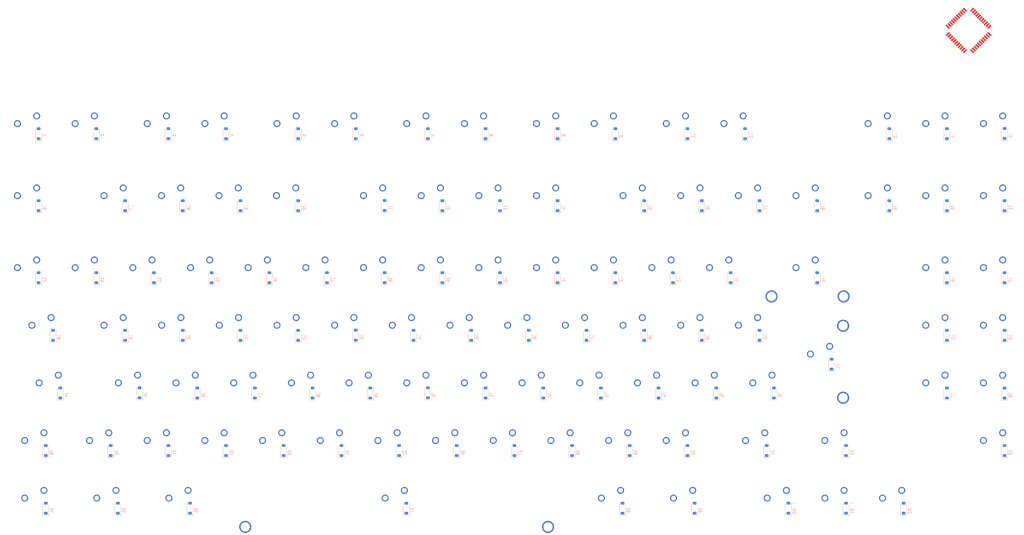
<source format=kicad_pcb>
(kicad_pcb (version 20221018) (generator pcbnew)
  (layers (0 "F.Cu" signal) (31 "B.Cu" signal) (34 "B.Paste" user) (35 "F.Paste" user) (36 "B.SilkS" user "B.Silkscreen") (37 "F.SilkS" user "F.Silkscreen") (38 "B.Mask" user) (39 "F.Mask" user) (44 "Edge.Cuts" user))
  (net 0 "")
  (net 1 "Net-(D1-K)")
  (net 2 "Net-(D1-A)")
  (net 3 "Net-(D2-A)")
  (net 4 "Net-(D3-A)")
  (net 5 "Net-(D4-A)")
  (net 6 "Net-(D5-A)")
  (net 7 "Net-(D6-A)")
  (net 8 "Net-(D7-A)")
  (net 9 "Net-(D8-A)")
  (net 10 "Net-(D9-A)")
  (net 11 "Net-(D10-A)")
  (net 12 "Net-(D11-A)")
  (net 13 "Net-(D12-A)")
  (net 14 "Net-(D13-A)")
  (net 15 "Net-(D14-A)")
  (net 16 "Net-(D15-A)")
  (net 17 "Net-(D16-K)")
  (net 18 "Net-(D16-A)")
  (net 19 "Net-(D17-A)")
  (net 20 "Net-(D18-A)")
  (net 21 "Net-(D19-A)")
  (net 22 "Net-(D20-A)")
  (net 23 "Net-(D21-A)")
  (net 24 "Net-(D22-A)")
  (net 25 "Net-(D23-A)")
  (net 26 "Net-(D24-A)")
  (net 27 "Net-(D25-A)")
  (net 28 "Net-(D26-A)")
  (net 29 "Net-(D27-A)")
  (net 30 "Net-(D28-A)")
  (net 31 "Net-(D29-A)")
  (net 32 "Net-(D30-A)")
  (net 33 "Net-(D31-A)")
  (net 34 "Net-(D32-K)")
  (net 35 "Net-(D32-A)")
  (net 36 "Net-(D33-A)")
  (net 37 "Net-(D34-A)")
  (net 38 "Net-(D35-A)")
  (net 39 "Net-(D36-A)")
  (net 40 "Net-(D37-A)")
  (net 41 "Net-(D38-A)")
  (net 42 "Net-(D39-A)")
  (net 43 "Net-(D40-A)")
  (net 44 "Net-(D41-A)")
  (net 45 "Net-(D42-A)")
  (net 46 "Net-(D43-A)")
  (net 47 "Net-(D44-A)")
  (net 48 "Net-(D45-A)")
  (net 49 "Net-(D46-A)")
  (net 50 "Net-(D47-A)")
  (net 51 "Net-(D48-K)")
  (net 52 "Net-(D48-A)")
  (net 53 "Net-(D49-A)")
  (net 54 "Net-(D50-A)")
  (net 55 "Net-(D51-A)")
  (net 56 "Net-(D52-A)")
  (net 57 "Net-(D53-A)")
  (net 58 "Net-(D54-A)")
  (net 59 "Net-(D55-A)")
  (net 60 "Net-(D56-A)")
  (net 61 "Net-(D57-A)")
  (net 62 "Net-(D58-A)")
  (net 63 "Net-(D59-A)")
  (net 64 "Net-(D60-A)")
  (net 65 "Net-(D61-A)")
  (net 66 "Net-(D62-A)")
  (net 67 "Net-(D63-A)")
  (net 68 "Net-(D64-K)")
  (net 69 "Net-(D64-A)")
  (net 70 "Net-(D65-A)")
  (net 71 "Net-(D66-A)")
  (net 72 "Net-(D67-A)")
  (net 73 "Net-(D68-A)")
  (net 74 "Net-(D69-A)")
  (net 75 "Net-(D70-A)")
  (net 76 "Net-(D71-A)")
  (net 77 "Net-(D72-A)")
  (net 78 "Net-(D73-A)")
  (net 79 "Net-(D74-A)")
  (net 80 "Net-(D75-A)")
  (net 81 "Net-(D76-A)")
  (net 82 "Net-(D77-A)")
  (net 83 "Net-(D78-A)")
  (net 84 "Net-(D79-K)")
  (net 85 "Net-(D79-A)")
  (net 86 "Net-(D80-A)")
  (net 87 "Net-(D81-A)")
  (net 88 "Net-(D82-A)")
  (net 89 "Net-(D83-A)")
  (net 90 "Net-(D84-A)")
  (net 91 "Net-(D85-A)")
  (net 92 "Net-(D86-A)")
  (net 93 "Net-(D87-A)")
  (net 94 "Net-(D88-A)")
  (net 95 "Net-(D89-A)")
  (net 96 "Net-(D90-A)")
  (net 97 "Net-(D91-A)")
  (net 98 "Net-(D92-A)")
  (net 99 "Net-(D93-A)")
  (net 100 "Net-(D100-K)")
  (net 101 "Net-(D94-A)")
  (net 102 "Net-(D95-A)")
  (net 103 "Net-(D96-A)")
  (net 104 "Net-(D97-A)")
  (net 105 "Net-(D98-A)")
  (net 106 "Net-(D99-A)")
  (net 107 "Net-(D100-A)")
  (net 108 "Net-(D101-A)")
  (net 109 "Net-(D102-A)")
  (net 110 "Net-(MX1-Pad1)")
  (net 111 "Net-(MX2-Pad1)")
  (net 112 "Net-(MX17-Pad1)")
  (net 113 "Net-(MX18-Pad1)")
  (net 114 "Net-(MX19-Pad1)")
  (net 115 "Net-(MX20-Pad1)")
  (net 116 "Net-(MX21-Pad1)")
  (net 117 "Net-(MX22-Pad1)")
  (net 118 "Net-(MX23-Pad1)")
  (net 119 "Net-(MX10-Pad1)")
  (net 120 "Net-(MX11-Pad1)")
  (net 121 "Net-(MX100-Pad1)")
  (net 122 "Net-(MX102-Pad1)")
  (net 123 "Net-(MX14-Pad1)")
  (net 124 "Net-(MX15-Pad1)")
  (net 125 "Net-(MX24-Pad1)")
  (net 126 "Net-(MX101-Pad1)")
  (net 140 "Net-(U1-VCC-Pad14)")
  (net 141 "Net-(U1-GND-Pad15)")
  (net 149 "Net-(U1-AVCC-Pad24)")
  (footprint "PCM_marbastlib-mx:SW_MX_1u" (layer "F.Cu") (at 300.0375 190.5)
    (fp_text reference "MX89" hide)
    (fp_text value "MX_SW_solder" hide)
  )
  (footprint "PCM_marbastlib-mx:SW_MX_1u" (layer "F.Cu") (at 204.7875 190.5)
    (fp_text reference "MX84" hide)
    (fp_text value "MX_SW_solder" hide)
  )
  (footprint "PCM_marbastlib-mx:SW_MX_1u" (layer "F.Cu") (at 423.8625 85.725)
    (fp_text reference "MX15" hide)
    (fp_text value "MX_SW_solder" hide)
  )
  (footprint "PCM_marbastlib-mx:SW_MX_1u" (layer "F.Cu") (at 233.3625 85.725)
    (fp_text reference "MX7" hide)
    (fp_text value "MX_SW_solder" hide)
  )
  (footprint "PCM_marbastlib-mx:SW_MX_1u" (layer "F.Cu") (at 252.4125 171.45)
    (fp_text reference "MX71" hide)
    (fp_text value "MX_SW_solder" hide)
  )
  (footprint "PCM_marbastlib-mx:SW_MX_1u" (layer "F.Cu") (at 280.9875 190.5)
    (fp_text reference "MX88" hide)
    (fp_text value "MX_SW_solder" hide)
  )
  (footprint "PCM_marbastlib-mx:STAB_MX_P_2u" (layer "F.Cu") (at 366.7125 161.925 -90)
    (fp_text reference "S2" hide)
    (fp_text value "MX_stab")
  )
  (footprint "PCM_marbastlib-mx:SW_MX_1u" (layer "F.Cu") (at 366.7125 161.925)
    (fp_text reference "MX61" hide)
    (fp_text value "MX_SW_solder" hide)
  )
  (footprint "PCM_marbastlib-mx:SW_MX_1u" (layer "F.Cu") (at 423.8625 109.5375)
    (fp_text reference "MX31" hide)
    (fp_text value "MX_SW_solder" hide)
  )
  (footprint "PCM_marbastlib-mx:SW_MX_1u" (layer "F.Cu") (at 304.8 152.4)
    (fp_text reference "MX58" hide)
    (fp_text value "MX_SW_solder" hide)
  )
  (footprint "PCM_marbastlib-mx:SW_MX_1u" (layer "F.Cu") (at 404.8125 152.4)
    (fp_text reference "MX62" hide)
    (fp_text value "MX_SW_solder" hide)
  )
  (footprint "PCM_marbastlib-mx:SW_MX_1u" (layer "F.Cu") (at 371.475 190.5)
    (fp_text reference "MX92" hide)
    (fp_text value "MX_SW_solder" hide)
  )
  (footprint "PCM_marbastlib-mx:SW_MX_1u" (layer "F.Cu") (at 290.5125 171.45)
    (fp_text reference "MX73" hide)
    (fp_text value "MX_SW_solder" hide)
  )
  (footprint "PCM_marbastlib-mx:SW_MX_1u" (layer "F.Cu") (at 176.2125 171.45)
    (fp_text reference "MX67" hide)
    (fp_text value "MX_SW_solder" hide)
  )
  (footprint "PCM_marbastlib-mx:SW_MX_1u" (layer "F.Cu") (at 157.1625 171.45)
    (fp_text reference "MX66" hide)
    (fp_text value "MX_SW_solder" hide)
  )
  (footprint "PCM_marbastlib-mx:SW_MX_1u" (layer "F.Cu") (at 209.55 85.725)
    (fp_text reference "MX6" hide)
    (fp_text value "MX_SW_solder" hide)
  )
  (footprint "PCM_marbastlib-mx:SW_MX_1u" (layer "F.Cu") (at 323.85 109.5375)
    (fp_text reference "MX26" hide)
    (fp_text value "MX_SW_solder" hide)
  )
  (footprint "PCM_marbastlib-mx:SW_MX_1u" (layer "F.Cu") (at 133.35 109.5375)
    (fp_text reference "MX17" hide)
    (fp_text value "MX_SW_solder" hide)
  )
  (footprint "PCM_marbastlib-mx:SW_MX_1u" (layer "F.Cu") (at 295.275 133.35)
    (fp_text reference "MX42" hide)
    (fp_text value "MX_SW_solder" hide)
  )
  (footprint "PCM_marbastlib-mx:SW_MX_1u" (layer "F.Cu") (at 404.8125 171.45)
    (fp_text reference "MX77" hide)
    (fp_text value "MX_SW_solder" hide)
  )
  (footprint "PCM_marbastlib-mx:SW_MX_1u" (layer "F.Cu") (at 295.275 85.725)
    (fp_text reference "MX10" hide)
    (fp_text value "MX_SW_solder" hide)
  )
  (footprint "PCM_marbastlib-mx:SW_MX_1.25u" (layer "F.Cu") (at 130.96875 209.55)
    (fp_text reference "MX95" hide)
    (fp_text value "MX_SW_solder" hide)
  )
  (footprint "PCM_marbastlib-mx:SW_MX_1u" (layer "F.Cu") (at 328.6125 171.45)
    (fp_text reference "MX75" hide)
    (fp_text value "MX_SW_solder" hide)
  )
  (footprint "PCM_marbastlib-mx:SW_MX_1u" (layer "F.Cu") (at 371.475 209.55)
    (fp_text reference "MX101" hide)
    (fp_text value "MX_SW_solder" hide)
  )
  (footprint "PCM_marbastlib-mx:SW_MX_1u" (layer "F.Cu") (at 190.35 109.5375)
    (fp_text reference "MX20" hide)
    (fp_text value "MX_SW_solder" hide)
  )
  (footprint "PCM_marbastlib-mx:SW_MX_1u" (layer "F.Cu") (at 261.9375 190.5)
    (fp_text reference "MX87" hide)
    (fp_text value "MX_SW_solder" hide)
  )
  (footprint "PCM_marbastlib-mx:SW_MX_1u" (layer "F.Cu") (at 276.225 109.5375)
    (fp_text reference "MX24" hide)
    (fp_text value "MX_SW_solder" hide)
  )
  (footprint "PCM_marbastlib-mx:SW_MX_1.25u" (layer "F.Cu") (at 107.15625 209.55)
    (fp_text reference "MX94" hide)
    (fp_text value "MX_SW_solder" hide)
  )
  (footprint "PCM_marbastlib-mx:SW_MX_1u" (layer "F.Cu") (at 171.45 152.4)
    (fp_text reference "MX51" hide)
    (fp_text value "MX_SW_solder" hide)
  )
  (footprint "PCM_marbastlib-mx:SW_MX_1u" (layer "F.Cu") (at 128.5875 190.5)
    (fp_text reference "MX80" hide)
    (fp_text value "MX_SW_solder" hide)
  )
  (footprint "PCM_marbastlib-mx:SW_MX_1u" (layer "F.Cu") (at 238.125 133.35)
    (fp_text reference "MX39" hide)
    (fp_text value "MX_SW_solder" hide)
  )
  (footprint "PCM_marbastlib-mx:SW_MX_1u" (layer "F.Cu") (at 352.425 209.55)
    (fp_text reference "MX100" hide)
    (fp_text value "MX_SW_solder" hide)
  )
  (footprint "PCM_marbastlib-mx:SW_MX_1u" (layer "F.Cu") (at 133.35 152.4)
    (fp_text reference "MX49" hide)
    (fp_text value "MX_SW_solder" hide)
  )
  (footprint "PCM_marbastlib-mx:SW_MX_1u" (layer "F.Cu") (at 142.875 133.35)
    (fp_text reference "MX34" hide)
    (fp_text value "MX_SW_solder" hide)
  )
  (footprint "PCM_marbastlib-mx:SW_MX_1u" (layer "F.Cu") (at 390.525 209.55)
    (fp_text reference "MX102" hide)
    (fp_text value "MX_SW_solder" hide)
  )
  (footprint "PCM_marbastlib-mx:SW_MX_1u" (layer "F.Cu") (at 138.1125 171.45)
    (fp_text reference "MX65" hide)
    (fp_text value "MX_SW_solder" hide)
  )
  (footprint "PCM_marbastlib-mx:SW_MX_1u" (layer "F.Cu") (at 152.35 109.5375)
    (fp_text reference "MX18" hide)
    (fp_text value "MX_SW_solder" hide)
  )
  (footprint "PCM_marbastlib-mx:SW_MX_1u" (layer "F.Cu") (at 104.775 109.5375)
    (fp_text reference "MX16" hide)
    (fp_text value "MX_SW_solder" hide)
  )
  (footprint "PCM_marbastlib-mx:SW_MX_1u" (layer "F.Cu") (at 309.5625 171.45)
    (fp_text reference "MX74" hide)
    (fp_text value "MX_SW_solder" hide)
  )
  (footprint "PCM_marbastlib-mx:SW_MX_1.75u" (layer "F.Cu") (at 345.28125 190.5)
    (fp_text reference "MX91" hide)
    (fp_text value "MX_SW_solder" hide)
  )
  (footprint "PCM_marbastlib-mx:SW_MX_1u" (layer "F.Cu") (at 404.8125 133.35)
    (fp_text reference "MX46" hide)
    (fp_text value "MX_SW_solder" hide)
  )
  (footprint "PCM_marbastlib-mx:SW_MX_1u" (layer "F.Cu") (at 219.075 109.5375)
    (fp_text reference "MX21" hide)
    (fp_text value "MX_SW_solder" hide)
  )
  (footprint "PCM_marbastlib-mx:SW_MX_1u" (layer "F.Cu") (at 319.0875 85.725)
    (fp_text reference "MX11" hide)
    (fp_text value "MX_SW_solder" hide)
  )
  (footprint "PCM_marbastlib-mx:SW_MX_1u" (layer "F.Cu") (at 271.4625 171.45)
    (fp_text reference "MX72" hide)
    (fp_text value "MX_SW_solder" hide)
  )
  (footprint "PCM_marbastlib-mx:SW_MX_1u" (layer "F.Cu") (at 171.35 109.5375)
    (fp_text reference "MX19" hide)
    (fp_text value "MX_SW_solder" hide)
  )
  (footprint "PCM_marbastlib-mx:SW_MX_1u" (layer "F.Cu") (at 304.8 109.5375)
    (fp_text reference "MX25" hide)
    (fp_text value "MX_SW_solder" hide)
  )
  (footprint "PCM_marbastlib-mx:SW_MX_1.75u" (layer "F.Cu") (at 111.91875 171.45)
    (fp_text reference "MX64" hide)
    (fp_text value "MX_SW_solder" hide)
  )
  (footprint "PCM_marbastlib-mx:SW_MX_1u" (layer "F.Cu") (at 333.375 133.35)
    (fp_text reference "MX44" hide)
    (fp_text value "MX_SW_solder" hide)
  )
  (footprint "PCM_marbastlib-mx:SW_MX_1u" (layer "F.Cu") (at 161.925 133.35)
    (fp_text reference "MX35" hide)
    (fp_text value "MX_SW_solder" hide)
  )
  (footprint "PCM_marbastlib-mx:SW_MX_1u" (layer "F.Cu") (at 190.5 85.725)
    (fp_text reference "MX5" hide)
    (fp_text value "MX_SW_solder" hide)
  )
  (footprint "PCM_marbastlib-mx:SW_MX_1.5u" (layer "F.Cu") (at 109.5375 152.4)
    (fp_text reference "MX48" hide)
    (fp_text value "MX_SW_solder" hide)
  )
  (footprint "PCM_marbastlib-mx:STAB_MX_P_2u" (layer "F.Cu") (at 361.95 133.35 180)
    (fp_text reference "S1" hide)
    (fp_text value "MX_stab")
  )
  (footprint "PCM_marbastlib-mx:SW_MX_1u" (layer "F.Cu") (at 361.95 133.35)
    (fp_text reference "MX45" hide)
    (fp_text value "MX_SW_solder" hide)
  )
  (footprint "PCM_marbastlib-mx:SW_MX_1u" (layer "F.Cu") (at 314.325 133.35)
    (fp_text reference "MX43" hide)
    (fp_text value "MX_SW_solder" hide)
  )
  (footprint "PCM_marbastlib-mx:SW_MX_1u" (layer "F.Cu") (at 276.225 133.35)
    (fp_text reference "MX41" hide)
    (fp_text value "MX_SW_solder" hide)
  )
  (footprint "PCM_marbastlib-mx:SW_MX_1u" (layer "F.Cu") (at 223.8375 190.5)
    (fp_text reference "MX85" hide)
    (fp_text value "MX_SW_solder" hide)
  )
  (footprint "PCM_marbastlib-mx:SW_MX_1u" (layer "F.Cu") (at 166.6875 190.5)
    (fp_text reference "MX82" hide)
    (fp_text value "MX_SW_solder" hide)
  )
  (footprint "PCM_marbastlib-mx:SW_MX_1u" (layer "F.Cu") (at 423.8625 171.45)
    (fp_text reference "MX78" hide)
    (fp_text value "MX_SW_solder" hide)
  )
  (footprint "PCM_marbastlib-mx:SW_MX_1u" (layer "F.Cu") (at 226.21875 209.55)
    (fp_text reference "MX97" hide)
    (fp_text value "MX_SW_solder" hide)
  )
  (footprint "PCM_marbastlib-mx:SW_MX_1u" (layer "F.Cu") (at 104.775 133.35)
    (fp_text reference "MX32" hide)
    (fp_text value "MX_SW_solder" hide)
  )
  (footprint "PCM_marbastlib-mx:SW_MX_1u" (layer "F.Cu") (at 147.6375 190.5)
    (fp_text reference "MX81" hide)
    (fp_text value "MX_SW_solder" hide)
  )
  (footprint "PCM_marbastlib-mx:SW_MX_1u" (layer "F.Cu") (at 166.6875 85.725)
    (fp_text reference "MX4" hide)
    (fp_text value "MX_SW_solder" hide)
  )
  (footprint "PCM_marbastlib-mx:SW_MX_1u" (layer "F.Cu") (at 342.9 109.5375)
    (fp_text reference "MX27" hide)
    (fp_text value "MX_SW_solder" hide)
  )
  (footprint "PCM_marbastlib-mx:SW_MX_1u" (layer "F.Cu") (at 209.55 152.4)
    (fp_text reference "MX53" hide)
    (fp_text value "MX_SW_solder" hide)
  )
  (footprint "PCM_marbastlib-mx:SW_MX_1u" (layer "F.Cu") (at 147.6375 85.725)
    (fp_text reference "MX3" hide)
    (fp_text value "MX_SW_solder" hide)
  )
  (footprint "PCM_marbastlib-mx:SW_MX_1u" (layer "F.Cu") (at 338.1375 85.725)
    (fp_text reference "MX12" hide)
    (fp_text value "MX_SW_solder" hide)
  )
  (footprint "PCM_marbastlib-mx:SW_MX_1u" (layer "F.Cu") (at 190.5 152.4)
    (fp_text reference "MX52" hide)
    (fp_text value "MX_SW_solder" hide)
  )
  (footprint "PCM_marbastlib-mx:SW_MX_1.25u" (layer "F.Cu") (at 297.65625 209.55)
    (fp_text reference "MX98" hide)
    (fp_text value "MX_SW_solder" hide)
  )
  (footprint "PCM_marbastlib-mx:SW_MX_1u" (layer "F.Cu") (at 185.7375 190.5)
    (fp_text reference "MX83" hide)
    (fp_text value "MX_SW_solder" hide)
  )
  (footprint "PCM_marbastlib-mx:SW_MX_1u" (layer "F.Cu") (at 423.8625 133.35)
    (fp_text reference "MX47" hide)
    (fp_text value "MX_SW_solder" hide)
  )
  (footprint "PCM_marbastlib-mx:SW_MX_1u" (layer "F.Cu") (at 219.075 133.35)
    (fp_text reference "MX38" hide)
    (fp_text value "MX_SW_solder" hide)
  )
  (footprint "PCM_marbastlib-mx:SW_MX_1u" (layer "F.Cu") (at 200.025 133.35)
    (fp_text reference "MX37" hide)
    (fp_text value "MX_SW_solder" hide)
  )
  (footprint "PCM_marbastlib-mx:SW_MX_1u" (layer "F.Cu") (at 238.125 109.5375)
    (fp_text reference "MX22" hide)
    (fp_text value "MX_SW_solder" hide)
  )
  (footprint "PCM_marbastlib-mx:SW_MX_1u" (layer "F.Cu") (at 404.8125 85.725)
    (fp_text reference "MX14" hide)
    (fp_text value "MX_SW_solder" hide)
  )
  (footprint "PCM_marbastlib-mx:SW_MX_1u" (layer "F.Cu") (at 104.775 85.725)
    (fp_text reference "MX1" hide)
    (fp_text value "MX_SW_solder" hide)
  )
  (footprint "PCM_marbastlib-mx:SW_MX_1u" (layer "F.Cu") (at 385.7625 85.725)
    (fp_text reference "MX13" hide)
    (fp_text value "MX_SW_solder" hide)
  )
  (footprint "PCM_marbastlib-mx:SW_MX_1u" (layer "F.Cu") (at 247.65 152.4)
    (fp_text reference "MX55" hide)
    (fp_text value "MX_SW_solder" hide)
  )
  (footprint "PCM_marbastlib-mx:SW_MX_1u" (layer "F.Cu") (at 423.8625 152.4)
    (fp_text reference "MX63" hide)
    (fp_text value "MX_SW_solder" hide)
  )
  (footprint "PCM_marbastlib-mx:SW_MX_1u" (layer "F.Cu") (at 423.8625 190.5)
    (fp_text reference "MX93" hide)
    (fp_text value "MX_SW_solder" hide)
  )
  (footprint "PCM_marbastlib-mx:SW_MX_1u" (layer "F.Cu") (at 276.225 85.725)
    (fp_text reference "MX9" hide)
    (fp_text value "MX_SW_solder" hide)
  )
  (footprint "PCM_marbastlib-mx:SW_MX_1u" (layer "F.Cu") (at 123.825 133.35)
    (fp_text reference "MX33" hide)
    (fp_text value "MX_SW_solder" hide)
  )
  (footprint "PCM_marbastlib-mx:SW_MX_1u" (layer "F.Cu") (at 285.75 152.4)
    (fp_text reference "MX57" hide)
    (fp_text value "MX_SW_solder" hide)
  )
  (footprint "PCM_marbastlib-mx:SW_MX_1u" (layer "F.Cu") (at 123.825 85.725)
    (fp_text reference "MX2" hide)
    (fp_text value "MX_SW_solder" hide)
  )
  (footprint "PCM_marbastlib-mx:SW_MX_1u" (layer "F.Cu") (at 361.95 109.5375)
    (fp_text reference "MX28" hide)
    (fp_text value "MX_SW_solder" hide)
  )
  (footprint "PCM_marbastlib-mx:SW_MX_1u" (layer "F.Cu") (at 233.3625 171.45)
    (fp_text reference "MX70" hide)
    (fp_text value "MX_SW_solder" hide)
  )
  (footprint "PCM_marbastlib-mx:SW_MX_1u" (layer "F.Cu") (at 257.175 133.35)
    (fp_text reference "MX40" hide)
    (fp_text value "MX_SW_solder" hide)
  )
  (footprint "Package_QFP:TQFP-44_10x10mm_P0.8mm" (layer "F.Cu") (at 415.13125 52.3875 135)
    (fp_text reference "U1")
    (fp_text value "ATmega32U4-A")
  )
  (footprint "PCM_marbastlib-mx:SW_MX_1u" (layer "F.Cu") (at 257.175 109.5375)
    (fp_text reference "MX23" hide)
    (fp_text value "MX_SW_solder" hide)
  )
  (footprint "PCM_marbastlib-mx:SW_MX_1u" (layer "F.Cu") (at 266.7 152.4)
    (fp_text reference "MX56" hide)
    (fp_text value "MX_SW_solder" hide)
  )
  (footprint "PCM_marbastlib-mx:SW_MX_1u" (layer "F.Cu") (at 404.8125 109.5375)
    (fp_text reference "MX30" hide)
    (fp_text value "MX_SW_solder" hide)
  )
  (footprint "PCM_marbastlib-mx:SW_MX_1u" (layer "F.Cu") (at 214.3125 171.45)
    (fp_text reference "MX69" hide)
    (fp_text value "MX_SW_solder" hide)
  )
  (footprint "PCM_marbastlib-mx:SW_MX_1u" (layer "F.Cu") (at 152.4 152.4)
    (fp_text reference "MX50" hide)
    (fp_text value "MX_SW_solder" hide)
  )
  (footprint "PCM_marbastlib-mx:SW_MX_1u" (layer "F.Cu") (at 323.85 152.4)
    (fp_text reference "MX59" hide)
    (fp_text value "MX_SW_solder" hide)
  )
  (footprint "PCM_marbastlib-mx:SW_MX_1.25u" (layer "F.Cu") (at 154.78125 209.55)
    (fp_text reference "MX96" hide)
    (fp_text value "MX_SW_solder" hide)
  )
  (footprint "PCM_marbastlib-mx:SW_MX_1u" (layer "F.Cu") (at 347.6625 171.45)
    (fp_text reference "MX76" hide)
    (fp_text value "MX_SW_solder" hide)
  )
  (footprint "PCM_marbastlib-mx:STAB_MX_P_6.25u" (layer "F.Cu") (at 226.21875 209.55 180)
    (fp_text reference "S3" hide)
    (fp_text value "MX_stab")
  )
  (footprint "PCM_marbastlib-mx:SW_MX_1u" (layer "F.Cu") (at 180.975 133.35)
    (fp_text reference "MX36" hide)
    (fp_text value "MX_SW_solder" hide)
  )
  (footprint "PCM_marbastlib-mx:SW_MX_1u" (layer "F.Cu") (at 342.9 152.4)
    (fp_text reference "MX60" hide)
    (fp_text value "MX_SW_solder" hide)
  )
  (footprint "PCM_marbastlib-mx:SW_MX_1u" (layer "F.Cu") (at 242.8875 190.5)
    (fp_text reference "MX86" hide)
    (fp_text value "MX_SW_solder" hide)
  )
  (footprint "PCM_marbastlib-mx:SW_MX_1.25u" (layer "F.Cu") (at 321.46875 209.55)
    (fp_text reference "MX99" hide)
    (fp_text value "MX_SW_solder" hide)
  )
  (footprint "PCM_marbastlib-mx:SW_MX_1u" (layer "F.Cu") (at 228.6 152.4)
    (fp_text reference "MX54" hide)
    (fp_text value "MX_SW_solder" hide)
  )
  (footprint "PCM_marbastlib-mx:SW_MX_1u" (layer "F.Cu") (at 252.4125 85.725)
    (fp_text reference "MX8" hide)
    (fp_text value "MX_SW_solder" hide)
  )
  (footprint "PCM_marbastlib-mx:SW_MX_1u" (layer "F.Cu") (at 385.7625 109.5375)
    (fp_text reference "MX29" hide)
    (fp_text value "MX_SW_solder" hide)
  )
  (footprint "PCM_marbastlib-mx:SW_MX_1.25u" (layer "F.Cu") (at 107.15625 190.5)
    (fp_text reference "MX79" hide)
    (fp_text value "MX_SW_solder" hide)
  )
  (footprint "PCM_marbastlib-mx:SW_MX_1u" (layer "F.Cu") (at 319.0875 190.5)
    (fp_text reference "MX90" hide)
    (fp_text value "MX_SW_solder" hide)
  )
  (footprint "PCM_marbastlib-mx:SW_MX_1u" (layer "F.Cu") (at 195.2625 171.45)
    (fp_text reference "MX68" hide)
    (fp_text value "MX_SW_solder" hide)
  )
  (footprint "Diode_SMD:D_SOD-123" (layer "B.Cu") (at 317.5 134.14375 90)
    (fp_text reference "D43")
    (fp_text value "D_Small")
  )
  (footprint "Diode_SMD:D_SOD-123" (layer "B.Cu") (at 107.95 134.14375 90)
    (fp_text reference "D32")
    (fp_text value "D_Small")
  )
  (footprint "Diode_SMD:D_SOD-123" (layer "B.Cu") (at 141.2875 172.18125 90)
    (fp_text reference "D65")
    (fp_text value "D_Small")
  )
  (footprint "Diode_SMD:D_SOD-123" (layer "B.Cu") (at 174.625 153.19375 90)
    (fp_text reference "D51")
    (fp_text value "D_Small")
  )
  (footprint "Diode_SMD:D_SOD-123" (layer "B.Cu") (at 300.83125 210.34375 90)
    (fp_text reference "D98")
    (fp_text value "D_Small")
  )
  (footprint "Diode_SMD:D_SOD-123" (layer "B.Cu") (at 157.95625 210.34375 90)
    (fp_text reference "D96")
    (fp_text value "D_Small")
  )
  (footprint "Diode_SMD:D_SOD-123" (layer "B.Cu") (at 150.8125 86.51875 90)
    (fp_text reference "D3")
    (fp_text value "D_Small")
  )
  (footprint "Diode_SMD:D_SOD-123" (layer "B.Cu") (at 131.7625 191.29375 90)
    (fp_text reference "D80")
    (fp_text value "D_Small")
  )
  (footprint "Diode_SMD:D_SOD-123" (layer "B.Cu") (at 250.825 153.19375 90)
    (fp_text reference "D55")
    (fp_text value "D_Small")
  )
  (footprint "Diode_SMD:D_SOD-123" (layer "B.Cu") (at 298.45 86.51875 90)
    (fp_text reference "D10")
    (fp_text value "D_Small")
  )
  (footprint "Diode_SMD:D_SOD-123" (layer "B.Cu") (at 388.9375 86.51875 90)
    (fp_text reference "D13")
    (fp_text value "D_Small")
  )
  (footprint "Diode_SMD:D_SOD-123" (layer "B.Cu") (at 155.575 110.33125 90)
    (fp_text reference "D18")
    (fp_text value "D_Small")
  )
  (footprint "Diode_SMD:D_SOD-123" (layer "B.Cu") (at 155.575 153.19375 90)
    (fp_text reference "D50")
    (fp_text value "D_Small")
  )
  (footprint "Diode_SMD:D_SOD-123" (layer "B.Cu") (at 227.0125 191.29375 90)
    (fp_text reference "D85")
    (fp_text value "D_Small")
  )
  (footprint "Diode_SMD:D_SOD-123" (layer "B.Cu") (at 231.775 153.19375 90)
    (fp_text reference "D54")
    (fp_text value "D_Small")
  )
  (footprint "Diode_SMD:D_SOD-123" (layer "B.Cu") (at 365.125 134.14375 90)
    (fp_text reference "D45")
    (fp_text value "D_Small")
  )
  (footprint "Diode_SMD:D_SOD-123" (layer "B.Cu") (at 260.35 134.14375 90)
    (fp_text reference "D40")
    (fp_text value "D_Small")
  )
  (footprint "Diode_SMD:D_SOD-123" (layer "B.Cu") (at 188.9125 191.29375 90)
    (fp_text reference "D83")
    (fp_text value "D_Small")
  )
  (footprint "Diode_SMD:D_SOD-123" (layer "B.Cu") (at 212.725 86.51875 90)
    (fp_text reference "D6")
    (fp_text value "D_Small")
  )
  (footprint "Diode_SMD:D_SOD-123" (layer "B.Cu") (at 165.1 134.14375 90)
    (fp_text reference "D35")
    (fp_text value "D_Small")
  )
  (footprint "Diode_SMD:D_SOD-123" (layer "B.Cu") (at 115.09375 172.24375 90)
    (fp_text reference "D64")
    (fp_text value "D_Small")
  )
  (footprint "Diode_SMD:D_SOD-123" (layer "B.Cu") (at 107.95 86.51875 90)
    (fp_text reference "D1")
    (fp_text value "D_Small")
  )
  (footprint "Diode_SMD:D_SOD-123" (layer "B.Cu") (at 222.25 110.26875 90)
    (fp_text reference "D21")
    (fp_text value "D_Small")
  )
  (footprint "Diode_SMD:D_SOD-123" (layer "B.Cu") (at 374.65 210.34375 90)
    (fp_text reference "D101")
    (fp_text value "D_Small")
  )
  (footprint "Diode_SMD:D_SOD-123" (layer "B.Cu") (at 365.125 110.33125 90)
    (fp_text reference "D28")
    (fp_text value "D_Small")
  )
  (footprint "Diode_SMD:D_SOD-123" (layer "B.Cu") (at 350.8375 172.24375 90)
    (fp_text reference "D76")
    (fp_text value "D_Small")
  )
  (footprint "Diode_SMD:D_SOD-123" (layer "B.Cu") (at 241.3 134.14375 90)
    (fp_text reference "D39")
    (fp_text value "D_Small")
  )
  (footprint "Diode_SMD:D_SOD-123" (layer "B.Cu") (at 174.625 110.33125 90)
    (fp_text reference "D19")
    (fp_text value "D_Small")
  )
  (footprint "Diode_SMD:D_SOD-123" (layer "B.Cu") (at 193.675 110.33125 90)
    (fp_text reference "D20")
    (fp_text value "D_Small")
  )
  (footprint "Diode_SMD:D_SOD-123" (layer "B.Cu") (at 427.0375 172.30625 90)
    (fp_text reference "D78")
    (fp_text value "D_Small")
  )
  (footprint "Diode_SMD:D_SOD-123" (layer "B.Cu") (at 303.2125 191.29375 90)
    (fp_text reference "D89")
    (fp_text value "D_Small")
  )
  (footprint "Diode_SMD:D_SOD-123" (layer "B.Cu") (at 274.6375 172.24375 90)
    (fp_text reference "D72")
    (fp_text value "D_Small")
  )
  (footprint "Diode_SMD:D_SOD-123" (layer "B.Cu") (at 327.025 110.33125 90)
    (fp_text reference "D26")
    (fp_text value "D_Small")
  )
  (footprint "Diode_SMD:D_SOD-123" (layer "B.Cu") (at 212.725 153.13125 90)
    (fp_text reference "D53")
    (fp_text value "D_Small")
  )
  (footprint "Diode_SMD:D_SOD-123" (layer "B.Cu") (at 236.5375 172.18125 90)
    (fp_text reference "D70")
    (fp_text value "D_Small")
  )
  (footprint "Diode_SMD:D_SOD-123" (layer "B.Cu") (at 427.0375 134.14375 90)
    (fp_text reference "D47")
    (fp_text value "D_Small")
  )
  (footprint "Diode_SMD:D_SOD-123" (layer "B.Cu") (at 427.0375 153.19375 90)
    (fp_text reference "D63")
    (fp_text value "D_Small")
  )
  (footprint "Diode_SMD:D_SOD-123" (layer "B.Cu") (at 136.525 153.19375 90)
    (fp_text reference "D49")
    (fp_text value "D_Small")
  )
  (footprint "Diode_SMD:D_SOD-123" (layer "B.Cu") (at 127 86.51875 90)
    (fp_text reference "D2")
    (fp_text value "D_Small")
  )
  (footprint "Diode_SMD:D_SOD-123" (layer "B.Cu") (at 427.0375 86.45625 90)
    (fp_text reference "D15")
    (fp_text value "D_Small")
  )
  (footprint "Diode_SMD:D_SOD-123" (layer "B.Cu") (at 184.15 134.14375 90)
    (fp_text reference "D36")
    (fp_text value "D_Small")
  )
  (footprint "Diode_SMD:D_SOD-123" (layer "B.Cu") (at 222.25 134.14375 90)
    (fp_text reference "D38")
    (fp_text value "D_Small")
  )
  (footprint "Diode_SMD:D_SOD-123" (layer "B.Cu") (at 255.5875 172.24375 90)
    (fp_text reference "D71")
    (fp_text value "D_Small")
  )
  (footprint "Diode_SMD:D_SOD-123" (layer "B.Cu") (at 407.9875 134.14375 90)
    (fp_text reference "D46")
    (fp_text value "D_Small")
  )
  (footprint "Diode_SMD:D_SOD-123" (layer "B.Cu") (at 427.0375 110.33125 90)
    (fp_text reference "D31")
    (fp_text value "D_Small")
  )
  (footprint "Diode_SMD:D_SOD-123" (layer "B.Cu") (at 246.0625 191.29375 90)
    (fp_text reference "D86")
    (fp_text value "D_Small")
  )
  (footprint "Diode_SMD:D_SOD-123" (layer "B.Cu") (at 203.2 134.14375 90)
    (fp_text reference "D37")
    (fp_text value "D_Small")
  )
  (footprint "Diode_SMD:D_SOD-123" (layer "B.Cu") (at 146.05 134.14375 90)
    (fp_text reference "D34")
    (fp_text value "D_Small")
  )
  (footprint "Diode_SMD:D_SOD-123" (layer "B.Cu") (at 193.675 153.19375 90)
    (fp_text reference "D52")
    (fp_text value "D_Small")
  )
  (footprint "Diode_SMD:D_SOD-123" (layer "B.Cu") (at 279.4 110.33125 90)
    (fp_text reference "D24")
    (fp_text value "D_Small")
  )
  (footprint "Diode_SMD:D_SOD-123" (layer "B.Cu") (at 288.925 153.19375 90)
    (fp_text reference "D57")
    (fp_text value "D_Small")
  )
  (footprint "Diode_SMD:D_SOD-123" (layer "B.Cu") (at 355.6 210.34375 90)
    (fp_text reference "D100")
    (fp_text value "D_Small")
  )
  (footprint "Diode_SMD:D_SOD-123" (layer "B.Cu") (at 169.8625 86.51875 90)
    (fp_text reference "D4")
    (fp_text value "D_Small")
  )
  (footprint "Diode_SMD:D_SOD-123" (layer "B.Cu") (at 407.9875 172.24375 90)
    (fp_text reference "D77")
    (fp_text value "D_Small")
  )
  (footprint "Diode_SMD:D_SOD-123" (layer "B.Cu") (at 279.4 134.14375 90)
    (fp_text reference "D41")
    (fp_text value "D_Small")
  )
  (footprint "Diode_SMD:D_SOD-123" (layer "B.Cu") (at 369.8875 162.71875 90)
    (fp_text reference "D61")
    (fp_text value "D_Small")
  )
  (footprint "Diode_SMD:D_SOD-123" (layer "B.Cu") (at 217.4875 172.24375 90)
    (fp_text reference "D69")
    (fp_text value "D_Small")
  )
  (footprint "Diode_SMD:D_SOD-123" (layer "B.Cu") (at 393.7 210.34375 90)
    (fp_text reference "D102")
    (fp_text value "D_Small")
  )
  (footprint "Diode_SMD:D_SOD-123" (layer "B.Cu") (at 198.4375 172.24375 90)
    (fp_text reference "D68")
    (fp_text value "D_Small")
  )
  (footprint "Diode_SMD:D_SOD-123" (layer "B.Cu") (at 324.64375 210.34375 90)
    (fp_text reference "D99")
    (fp_text value "D_Small")
  )
  (footprint "Diode_SMD:D_SOD-123" (layer "B.Cu") (at 160.3375 172.24375 90)
    (fp_text reference "D66")
    (fp_text value "D_Small")
  )
  (footprint "Diode_SMD:D_SOD-123" (layer "B.Cu") (at 346.075 110.33125 90)
    (fp_text reference "D27")
    (fp_text value "D_Small")
  )
  (footprint "Diode_SMD:D_SOD-123" (layer "B.Cu") (at 331.7875 172.24375 90)
    (fp_text reference "D75")
    (fp_text value "D_Small")
  )
  (footprint "Diode_SMD:D_SOD-123" (layer "B.Cu") (at 229.39375 210.34375 90)
    (fp_text reference "D97")
    (fp_text value "D_Small")
  )
  (footprint "Diode_SMD:D_SOD-123" (layer "B.Cu") (at 134.14375 210.34375 90)
    (fp_text reference "D95")
    (fp_text value "D_Small")
  )
  (footprint "Diode_SMD:D_SOD-123" (layer "B.Cu") (at 255.5875 86.51875 90)
    (fp_text reference "D8")
    (fp_text value "D_Small")
  )
  (footprint "Diode_SMD:D_SOD-123" (layer "B.Cu") (at 136.525 110.33125 90)
    (fp_text reference "D17")
    (fp_text value "D_Small")
  )
  (footprint "Diode_SMD:D_SOD-123" (layer "B.Cu") (at 260.35 110.33125 90)
    (fp_text reference "D23")
    (fp_text value "D_Small")
  )
  (footprint "Diode_SMD:D_SOD-123" (layer "B.Cu") (at 127 134.14375 90)
    (fp_text reference "D33")
    (fp_text value "D_Small")
  )
  (footprint "Diode_SMD:D_SOD-123" (layer "B.Cu") (at 322.2625 191.29375 90)
    (fp_text reference "D90")
    (fp_text value "D_Small")
  )
  (footprint "Diode_SMD:D_SOD-123" (layer "B.Cu") (at 307.975 110.33125 90)
    (fp_text reference "D25")
    (fp_text value "D_Small")
  )
  (footprint "Diode_SMD:D_SOD-123" (layer "B.Cu") (at 265.1125 191.29375 90)
    (fp_text reference "D87")
    (fp_text value "D_Small")
  )
  (footprint "Diode_SMD:D_SOD-123" (layer "B.Cu") (at 298.45 134.14375 90)
    (fp_text reference "D42")
    (fp_text value "D_Small")
  )
  (footprint "Diode_SMD:D_SOD-123" (layer "B.Cu") (at 107.95 110.33125 90)
    (fp_text reference "D16")
    (fp_text value "D_Small")
  )
  (footprint "Diode_SMD:D_SOD-123" (layer "B.Cu") (at 388.9375 110.33125 90)
    (fp_text reference "D29")
    (fp_text value "D_Small")
  )
  (footprint "Diode_SMD:D_SOD-123" (layer "B.Cu") (at 284.1625 191.29375 90)
    (fp_text reference "D88")
    (fp_text value "D_Small")
  )
  (footprint "Diode_SMD:D_SOD-123" (layer "B.Cu") (at 322.2625 86.51875 90)
    (fp_text reference "D11")
    (fp_text value "D_Small")
  )
  (footprint "Diode_SMD:D_SOD-123" (layer "B.Cu") (at 112.7125 153.19375 90)
    (fp_text reference "D48")
    (fp_text value "D_Small")
  )
  (footprint "Diode_SMD:D_SOD-123" (layer "B.Cu") (at 269.875 153.19375 90)
    (fp_text reference "D56")
    (fp_text value "D_Small")
  )
  (footprint "Diode_SMD:D_SOD-123" (layer "B.Cu") (at 346.075 153.19375 90)
    (fp_text reference "D60")
    (fp_text value "D_Small")
  )
  (footprint "Diode_SMD:D_SOD-123" (layer "B.Cu") (at 150.8125 191.29375 90)
    (fp_text reference "D81")
    (fp_text value "D_Small")
  )
  (footprint "Diode_SMD:D_SOD-123" (layer "B.Cu") (at 293.6875 172.24375 90)
    (fp_text reference "D73")
    (fp_text value "D_Small")
  )
  (footprint "Diode_SMD:D_SOD-123" (layer "B.Cu") (at 348.45625 191.29375 90)
    (fp_text reference "D91")
    (fp_text value "D_Small")
  )
  (footprint "Diode_SMD:D_SOD-123" (layer "B.Cu") (at 407.9875 110.33125 90)
    (fp_text reference "D30")
    (fp_text value "D_Small")
  )
  (footprint "Diode_SMD:D_SOD-123" (layer "B.Cu") (at 241.3 110.33125 90)
    (fp_text reference "D22")
    (fp_text value "D_Small")
  )
  (footprint "Diode_SMD:D_SOD-123" (layer "B.Cu") (at 236.5375 86.51875 90)
    (fp_text reference "D7")
    (fp_text value "D_Small")
  )
  (footprint "Diode_SMD:D_SOD-123" (layer "B.Cu") (at 312.7375 172.24375 90)
    (fp_text reference "D74")
    (fp_text value "D_Small")
  )
  (footprint "Diode_SMD:D_SOD-123" (layer "B.Cu") (at 193.675 86.51875 90)
    (fp_text reference "D5")
    (fp_text value "D_Small")
  )
  (footprint "Diode_SMD:D_SOD-123" (layer "B.Cu") (at 110.33125 191.29375 90)
    (fp_text reference "D79")
    (fp_text value "D_Small")
  )
  (footprint "Diode_SMD:D_SOD-123" (layer "B.Cu") (at 407.9875 153.19375 90)
    (fp_text reference "D62")
    (fp_text value "D_Small")
  )
  (footprint "Diode_SMD:D_SOD-123" (layer "B.Cu") (at 207.9625 191.29375 90)
    (fp_text reference "D84")
    (fp_text value "D_Small")
  )
  (footprint "Diode_SMD:D_SOD-123" (layer "B.Cu") (at 279.4 86.51875 90)
    (fp_text reference "D9")
    (fp_text value "D_Small")
  )
  (footprint "Diode_SMD:D_SOD-123" (layer "B.Cu") (at 336.55 134.14375 90)
    (fp_text reference "D44")
    (fp_text value "D_Small")
  )
  (footprint "Diode_SMD:D_SOD-123" (layer "B.Cu") (at 374.65 191.29375 90)
    (fp_text reference "D92")
    (fp_text value "D_Small")
  )
  (footprint "Diode_SMD:D_SOD-123" (layer "B.Cu") (at 341.3125 86.51875 90)
    (fp_text reference "D12")
    (fp_text value "D_Small")
  )
  (footprint "Diode_SMD:D_SOD-123" (layer "B.Cu") (at 307.975 153.19375 90)
    (fp_text reference "D58")
    (fp_text value "D_Small")
  )
  (footprint "Diode_SMD:D_SOD-123" (layer "B.Cu") (at 179.3875 172.24375 90)
    (fp_text reference "D67")
    (fp_text value "D_Small")
  )
  (footprint "Diode_SMD:D_SOD-123" (layer "B.Cu") (at 427.0375 191.29375 90)
    (fp_text reference "D93")
    (fp_text value "D_Small")
  )
  (footprint "Diode_SMD:D_SOD-123" (layer "B.Cu") (at 110.33125 210.34375 90)
    (fp_text reference "D94")
    (fp_text value "D_Small")
  )
  (footprint "Diode_SMD:D_SOD-123" (layer "B.Cu") (at 407.9875 86.51875 90)
    (fp_text reference "D14")
    (fp_text value "D_Small")
  )
  (footprint "Diode_SMD:D_SOD-123" (layer "B.Cu") (at 169.8625 191.29375 90)
    (fp_text reference "D82")
    (fp_text value "D_Small")
  )
  (footprint "Diode_SMD:D_SOD-123" (layer "B.Cu") (at 327.025 153.19375 90)
    (fp_text reference "D59")
    (fp_text value "D_Small")
  )
)
</source>
